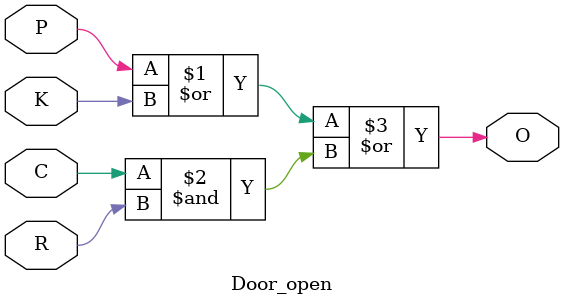
<source format=v>
module Door_open(O,P,K,C,R);
input P,K,C,R;
output O;
assign O = P | K | ( C & R );
endmodule
</source>
